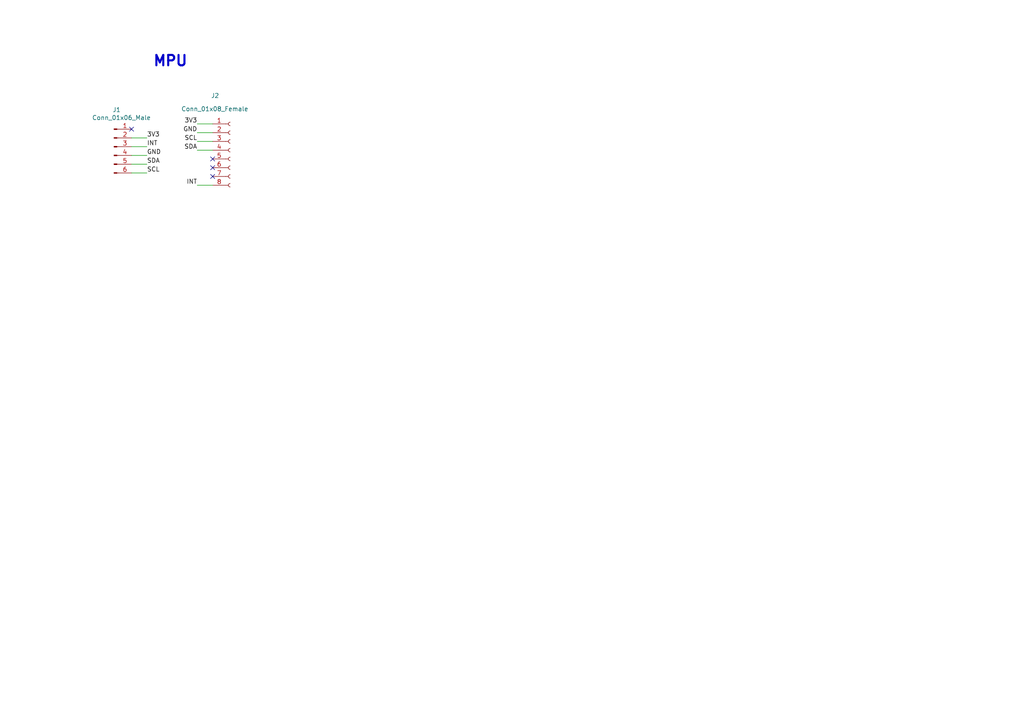
<source format=kicad_sch>
(kicad_sch (version 20211123) (generator eeschema)
  (paper "A4")
  (lib_symbols
    (symbol "Connector:Conn_01x06_Male" (pin_names (offset 1.016) hide)
      (property "Reference" "J" (at 0 7.62 0))
      (property "Value" "Conn_01x06_Male" (at 0 -10.16 0))
      (symbol "Conn_01x06_Male_1_1"
        (polyline (pts (xy 1.27 -7.62) (xy 0.8636 -7.62)) (stroke (width 0.1524)))
        (polyline (pts (xy 1.27 -5.08) (xy 0.8636 -5.08)) (stroke (width 0.1524)))
        (polyline (pts (xy 1.27 -2.54) (xy 0.8636 -2.54)) (stroke (width 0.1524)))
        (polyline (pts (xy 1.27 0) (xy 0.8636 0)) (stroke (width 0.1524)))
        (polyline (pts (xy 1.27 2.54) (xy 0.8636 2.54)) (stroke (width 0.1524)))
        (polyline (pts (xy 1.27 5.08) (xy 0.8636 5.08)) (stroke (width 0.1524)))
        (rectangle (start 0.8636 -7.493) (end 0 -7.747) (stroke (width 0.1524)) (fill (type outline)))
        (rectangle (start 0.8636 -4.953) (end 0 -5.207) (stroke (width 0.1524)) (fill (type outline)))
        (rectangle (start 0.8636 -2.413) (end 0 -2.667) (stroke (width 0.1524)) (fill (type outline)))
        (rectangle (start 0.8636 0.127) (end 0 -0.127) (stroke (width 0.1524)) (fill (type outline)))
        (rectangle (start 0.8636 2.667) (end 0 2.413) (stroke (width 0.1524)) (fill (type outline)))
        (rectangle (start 0.8636 5.207) (end 0 4.953) (stroke (width 0.1524)) (fill (type outline)))
        (pin passive line (at 5.08 5.08 180) (length 3.81) (name "Pin_1") (number "1"))
        (pin passive line (at 5.08 2.54 180) (length 3.81) (name "Pin_2") (number "2"))
        (pin passive line (at 5.08 0 180) (length 3.81) (name "Pin_3") (number "3"))
        (pin passive line (at 5.08 -2.54 180) (length 3.81) (name "Pin_4") (number "4"))
        (pin passive line (at 5.08 -5.08 180) (length 3.81) (name "Pin_5") (number "5"))
        (pin passive line (at 5.08 -7.62 180) (length 3.81) (name "Pin_6") (number "6"))
      )
    )
    (symbol "Connector:Conn_01x08_Female" (pin_names (offset 1.016) hide)
      (property "Reference" "J" (at 0 10.16 0))
      (property "Value" "Conn_01x08_Female" (at 0 -12.7 0))
      (symbol "Conn_01x08_Female_1_1"
        (arc (start 0 -9.652) (mid -0.508 -10.16) (end 0 -10.668) (stroke (width 0.1524)))
        (arc (start 0 -7.112) (mid -0.508 -7.62) (end 0 -8.128) (stroke (width 0.1524)))
        (arc (start 0 -4.572) (mid -0.508 -5.08) (end 0 -5.588) (stroke (width 0.1524)))
        (arc (start 0 -2.032) (mid -0.508 -2.54) (end 0 -3.048) (stroke (width 0.1524)))
        (polyline (pts (xy -1.27 -10.16) (xy -0.508 -10.16)) (stroke (width 0.1524)))
        (polyline (pts (xy -1.27 -7.62) (xy -0.508 -7.62)) (stroke (width 0.1524)))
        (polyline (pts (xy -1.27 -5.08) (xy -0.508 -5.08)) (stroke (width 0.1524)))
        (polyline (pts (xy -1.27 -2.54) (xy -0.508 -2.54)) (stroke (width 0.1524)))
        (polyline (pts (xy -1.27 0) (xy -0.508 0)) (stroke (width 0.1524)))
        (polyline (pts (xy -1.27 2.54) (xy -0.508 2.54)) (stroke (width 0.1524)))
        (polyline (pts (xy -1.27 5.08) (xy -0.508 5.08)) (stroke (width 0.1524)))
        (polyline (pts (xy -1.27 7.62) (xy -0.508 7.62)) (stroke (width 0.1524)))
        (arc (start 0 0.508) (mid -0.508 0) (end 0 -0.508) (stroke (width 0.1524)))
        (arc (start 0 3.048) (mid -0.508 2.54) (end 0 2.032) (stroke (width 0.1524)))
        (arc (start 0 5.588) (mid -0.508 5.08) (end 0 4.572) (stroke (width 0.1524)))
        (arc (start 0 8.128) (mid -0.508 7.62) (end 0 7.112) (stroke (width 0.1524)))
        (pin passive line (at -5.08 7.62 0) (length 3.81) (name "Pin_1") (number "1"))
        (pin passive line (at -5.08 5.08 0) (length 3.81) (name "Pin_2") (number "2"))
        (pin passive line (at -5.08 2.54 0) (length 3.81) (name "Pin_3") (number "3"))
        (pin passive line (at -5.08 0 0) (length 3.81) (name "Pin_4") (number "4"))
        (pin passive line (at -5.08 -2.54 0) (length 3.81) (name "Pin_5") (number "5"))
        (pin passive line (at -5.08 -5.08 0) (length 3.81) (name "Pin_6") (number "6"))
        (pin passive line (at -5.08 -7.62 0) (length 3.81) (name "Pin_7") (number "7"))
        (pin passive line (at -5.08 -10.16 0) (length 3.81) (name "Pin_8") (number "8"))
      )
    )
  )
  (no_connect (at 61.6712 48.641))
  (no_connect (at 61.6712 46.101))
  (no_connect (at 61.6712 51.181))
  (no_connect (at 38.1508 37.465))
  (wire (pts (xy 38.1508 50.165) (xy 42.6212 50.165)))
  (wire (pts (xy 38.1508 40.005) (xy 42.6212 40.005)))
  (wire (pts (xy 61.6712 38.481) (xy 57.2008 38.481)))
  (wire (pts (xy 61.6712 53.721) (xy 57.2008 53.721)))
  (wire (pts (xy 61.6712 43.561) (xy 57.2008 43.561)))
  (wire (pts (xy 61.6712 41.021) (xy 57.2008 41.021)))
  (wire (pts (xy 38.1508 47.625) (xy 42.6212 47.625)))
  (wire (pts (xy 38.1508 45.085) (xy 42.6212 45.085)))
  (wire (pts (xy 61.6712 35.941) (xy 57.2008 35.941)))
  (wire (pts (xy 38.1508 42.545) (xy 42.6212 42.545)))
  (text "MPU" (at 44.2468 19.5834 0) (effects (font (size 3 3) (thickness 0.6) bold) (justify left bottom)))
  (label "INT" (at 57.2008 53.721 180))
  (label "3V3" (at 42.6212 40.005 0))
  (label "SDA" (at 57.2008 43.561 180))
  (label "SCL" (at 57.2008 41.021 180))
  (label "SCL" (at 42.6212 50.165 0))
  (label "GND" (at 42.6212 45.085 0))
  (label "3V3" (at 57.2008 35.941 180))
  (label "GND" (at 57.2008 38.481 180))
  (label "INT" (at 42.6212 42.545 0))
  (label "SDA" (at 42.6212 47.625 0))
  (symbol (lib_id "Connector:Conn_01x08_Female") (at 66.7512 43.561 0) (unit 1)
    (property "Reference" "J2" (at 61.1886 27.7368 0) (effects (justify left)))
    (property "Value" "Conn_01x08_Female" (at 52.5526 31.5976 0) (effects (justify left)))
    (property "Footprint" "component_libraries:1X08" (effects hide))
  )
  (symbol (lib_id "Connector:Conn_01x06_Male") (at 33.0708 42.545 0) (unit 1)
    (property "Reference" "J1" (at 33.8328 31.8516 0))
    (property "Value" "Conn_01x06_Male" (at 35.2298 34.1376 0))
    (property "Footprint" "Connector_PinHeader_2.54mm:PinHeader_1x06_P2.54mm_Vertical" (effects hide))
  )
)
</source>
